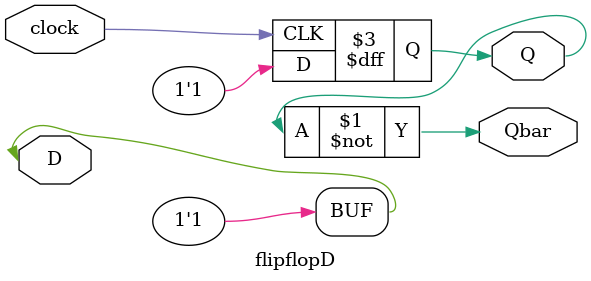
<source format=v>
module flipflopD(clock,D,Q,Qbar);
 input clock, D;
 assign D = 1'b1;
 output reg Q;
 output Qbar;
 assign Qbar= ~ Q;
 always @(posedge clock)
 Q=D;
endmodule
</source>
